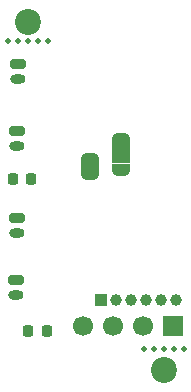
<source format=gbr>
%TF.GenerationSoftware,KiCad,Pcbnew,9.0.5*%
%TF.CreationDate,2025-12-10T00:05:15-08:00*%
%TF.ProjectId,camcontrol stm32,63616d63-6f6e-4747-926f-6c2073746d33,rev?*%
%TF.SameCoordinates,Original*%
%TF.FileFunction,Soldermask,Bot*%
%TF.FilePolarity,Negative*%
%FSLAX46Y46*%
G04 Gerber Fmt 4.6, Leading zero omitted, Abs format (unit mm)*
G04 Created by KiCad (PCBNEW 9.0.5) date 2025-12-10 00:05:15*
%MOMM*%
%LPD*%
G01*
G04 APERTURE LIST*
G04 Aperture macros list*
%AMRoundRect*
0 Rectangle with rounded corners*
0 $1 Rounding radius*
0 $2 $3 $4 $5 $6 $7 $8 $9 X,Y pos of 4 corners*
0 Add a 4 corners polygon primitive as box body*
4,1,4,$2,$3,$4,$5,$6,$7,$8,$9,$2,$3,0*
0 Add four circle primitives for the rounded corners*
1,1,$1+$1,$2,$3*
1,1,$1+$1,$4,$5*
1,1,$1+$1,$6,$7*
1,1,$1+$1,$8,$9*
0 Add four rect primitives between the rounded corners*
20,1,$1+$1,$2,$3,$4,$5,0*
20,1,$1+$1,$4,$5,$6,$7,0*
20,1,$1+$1,$6,$7,$8,$9,0*
20,1,$1+$1,$8,$9,$2,$3,0*%
%AMFreePoly0*
4,1,23,0.550000,-0.750000,0.000000,-0.750000,0.000000,-0.745722,-0.065263,-0.745722,-0.191342,-0.711940,-0.304381,-0.646677,-0.396677,-0.554381,-0.461940,-0.441342,-0.495722,-0.315263,-0.495722,-0.250000,-0.500000,-0.250000,-0.500000,0.250000,-0.495722,0.250000,-0.495722,0.315263,-0.461940,0.441342,-0.396677,0.554381,-0.304381,0.646677,-0.191342,0.711940,-0.065263,0.745722,0.000000,0.745722,
0.000000,0.750000,0.550000,0.750000,0.550000,-0.750000,0.550000,-0.750000,$1*%
%AMFreePoly1*
4,1,23,0.000000,0.745722,0.065263,0.745722,0.191342,0.711940,0.304381,0.646677,0.396677,0.554381,0.461940,0.441342,0.495722,0.315263,0.495722,0.250000,0.500000,0.250000,0.500000,-0.250000,0.495722,-0.250000,0.495722,-0.315263,0.461940,-0.441342,0.396677,-0.554381,0.304381,-0.646677,0.191342,-0.711940,0.065263,-0.745722,0.000000,-0.745722,0.000000,-0.750000,-0.550000,-0.750000,
-0.550000,0.750000,0.000000,0.750000,0.000000,0.745722,0.000000,0.745722,$1*%
%AMFreePoly2*
4,1,23,0.500000,-0.750000,0.000000,-0.750000,0.000000,-0.745722,-0.065263,-0.745722,-0.191342,-0.711940,-0.304381,-0.646677,-0.396677,-0.554381,-0.461940,-0.441342,-0.495722,-0.315263,-0.495722,-0.250000,-0.500000,-0.250000,-0.500000,0.250000,-0.495722,0.250000,-0.495722,0.315263,-0.461940,0.441342,-0.396677,0.554381,-0.304381,0.646677,-0.191342,0.711940,-0.065263,0.745722,0.000000,0.745722,
0.000000,0.750000,0.500000,0.750000,0.500000,-0.750000,0.500000,-0.750000,$1*%
%AMFreePoly3*
4,1,23,0.000000,0.745722,0.065263,0.745722,0.191342,0.711940,0.304381,0.646677,0.396677,0.554381,0.461940,0.441342,0.495722,0.315263,0.495722,0.250000,0.500000,0.250000,0.500000,-0.250000,0.495722,-0.250000,0.495722,-0.315263,0.461940,-0.441342,0.396677,-0.554381,0.304381,-0.646677,0.191342,-0.711940,0.065263,-0.745722,0.000000,-0.745722,0.000000,-0.750000,-0.500000,-0.750000,
-0.500000,0.750000,0.000000,0.750000,0.000000,0.745722,0.000000,0.745722,$1*%
G04 Aperture macros list end*
%ADD10C,0.500000*%
%ADD11R,1.000000X1.000000*%
%ADD12C,1.000000*%
%ADD13FreePoly0,90.000000*%
%ADD14R,1.500000X1.000000*%
%ADD15FreePoly1,90.000000*%
%ADD16RoundRect,0.200000X-0.450000X0.200000X-0.450000X-0.200000X0.450000X-0.200000X0.450000X0.200000X0*%
%ADD17O,1.300000X0.800000*%
%ADD18RoundRect,0.218750X-0.218750X-0.256250X0.218750X-0.256250X0.218750X0.256250X-0.218750X0.256250X0*%
%ADD19FreePoly2,90.000000*%
%ADD20FreePoly3,90.000000*%
%ADD21C,2.200000*%
%ADD22R,1.700000X1.700000*%
%ADD23C,1.700000*%
G04 APERTURE END LIST*
%TO.C,JP1*%
G36*
X10783000Y-10000200D02*
G01*
X9283000Y-10000200D01*
X9283000Y-8500200D01*
X10783000Y-8500200D01*
X10783000Y-10000200D01*
G37*
%TO.C,J6*%
G36*
X8166800Y-10437000D02*
G01*
X6666800Y-10437000D01*
X6666800Y-10137000D01*
X8166800Y-10137000D01*
X8166800Y-10437000D01*
G37*
%TD*%
D10*
%TO.C,REF\u002A\u002A*%
X433600Y355600D03*
X1283600Y355600D03*
X2133600Y355600D03*
X2983600Y355600D03*
X3833600Y355600D03*
%TD*%
%TO.C,REF\u002A\u002A*%
X15365200Y-25755600D03*
X14515200Y-25755600D03*
X13665200Y-25755600D03*
X12815200Y-25755600D03*
X11965200Y-25755600D03*
%TD*%
D11*
%TO.C,J5*%
X8331200Y-21590000D03*
D12*
X9601200Y-21590000D03*
X10871200Y-21590000D03*
X12141200Y-21590000D03*
X13411200Y-21590000D03*
X14681200Y-21590000D03*
%TD*%
D13*
%TO.C,JP1*%
X10033000Y-10550200D03*
D14*
X10033000Y-9250200D03*
D15*
X10033000Y-7950200D03*
%TD*%
D16*
%TO.C,J3*%
X1270000Y-7284400D03*
D17*
X1270000Y-8534400D03*
%TD*%
D16*
%TO.C,J1*%
X1297200Y-1635600D03*
D17*
X1297200Y-2885600D03*
%TD*%
D18*
%TO.C,D2*%
X888900Y-11379200D03*
X2463900Y-11379200D03*
%TD*%
%TO.C,D1*%
X2184300Y-24180800D03*
X3759300Y-24180800D03*
%TD*%
D16*
%TO.C,J7*%
X1170200Y-19923600D03*
D17*
X1170200Y-21173600D03*
%TD*%
D16*
%TO.C,J4*%
X1244600Y-14630400D03*
D17*
X1244600Y-15880400D03*
%TD*%
D19*
%TO.C,J6*%
X7416800Y-10937000D03*
D20*
X7416800Y-9637000D03*
%TD*%
D21*
%TO.C,H2*%
X13665200Y-27482800D03*
%TD*%
D22*
%TO.C,J2*%
X14478000Y-23799800D03*
D23*
X11938000Y-23799800D03*
X9398000Y-23799800D03*
X6858000Y-23799800D03*
%TD*%
D21*
%TO.C,H1*%
X2184400Y1981200D03*
%TD*%
M02*

</source>
